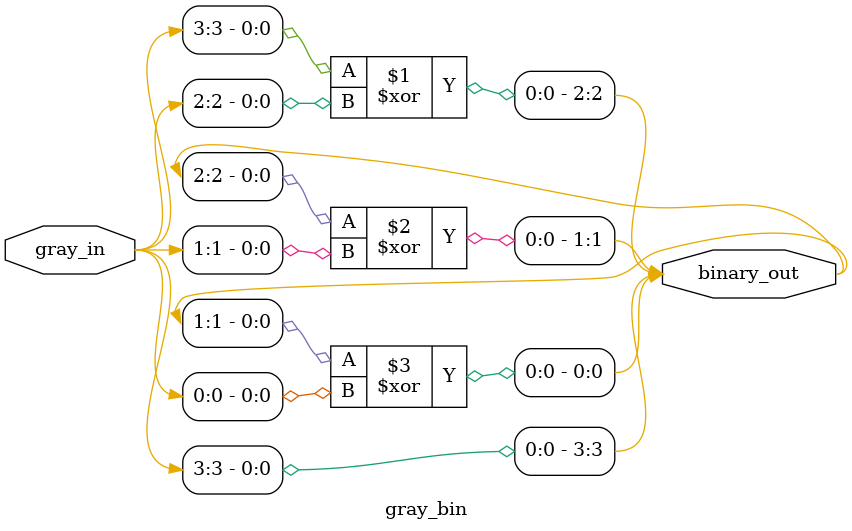
<source format=v>
module gray_bin(gray_in,binary_out);

        input [3:0] gray_in;
        output [3:0] binary_out;
        
        buf B1(binary_out[3],gray_in[3]);
        xor X1(binary_out[2],binary_out[3],gray_in[2]);
        xor X2(binary_out[1],binary_out[2],gray_in[1]);
        xor X3(binary_out[0],binary_out[1],gray_in[0]);
        
endmodule
</source>
